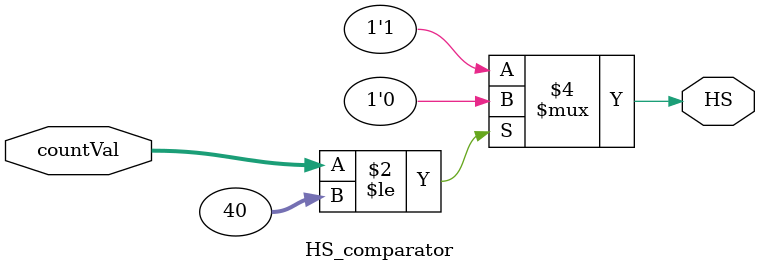
<source format=v>
`timescale 1ns / 1ps

module HS_comparator(
input [10:0] countVal,
output reg HS
);
always@ (*)
begin
if(countVal <= 40) //HS signal is active low. 40 is the sync time
begin
HS <= 0;
end
else
begin
HS <= 1;
end
end
endmodule
</source>
